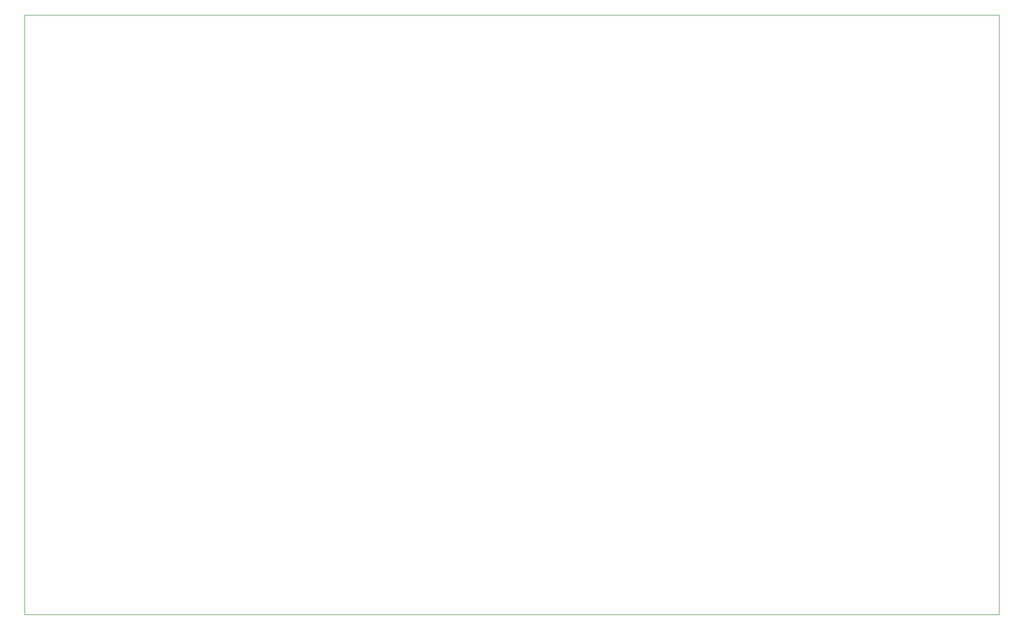
<source format=gbr>
%TF.GenerationSoftware,KiCad,Pcbnew,(6.0.5)*%
%TF.CreationDate,2023-01-19T15:07:07-05:00*%
%TF.ProjectId,floppy_bracket,666c6f70-7079-45f6-9272-61636b65742e,rev?*%
%TF.SameCoordinates,Original*%
%TF.FileFunction,Profile,NP*%
%FSLAX46Y46*%
G04 Gerber Fmt 4.6, Leading zero omitted, Abs format (unit mm)*
G04 Created by KiCad (PCBNEW (6.0.5)) date 2023-01-19 15:07:07*
%MOMM*%
%LPD*%
G01*
G04 APERTURE LIST*
%TA.AperFunction,Profile*%
%ADD10C,0.100000*%
%TD*%
G04 APERTURE END LIST*
D10*
X241300000Y-50800000D02*
X76200000Y-50800000D01*
X76200000Y-152400000D02*
X241300000Y-152400000D01*
X241300000Y-152400000D02*
X241300000Y-50800000D01*
X76200000Y-50800000D02*
X76200000Y-152400000D01*
M02*

</source>
